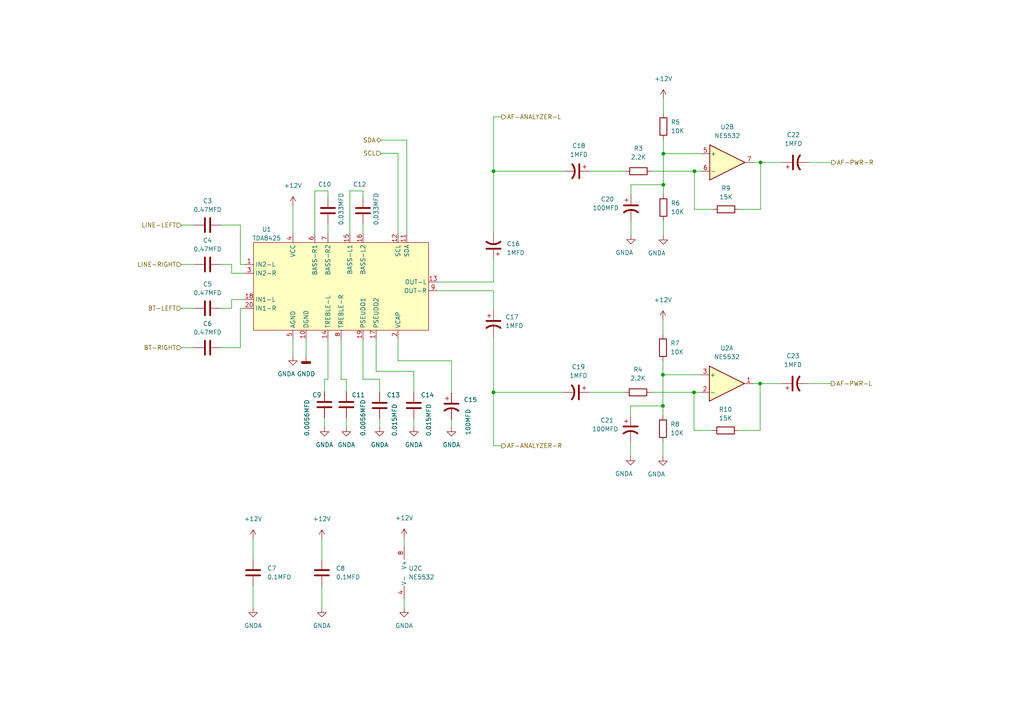
<source format=kicad_sch>
(kicad_sch (version 20231120) (generator "eeschema") (generator_version "8.0")
  (paper "A4")
  (title_block (title "Arduino Mini Amplifier") (date "2022-07-30") (rev "1.0.0") (company "Dilshan R Jayakody") (comment 1 "jayakody2000lk@gmail.com") (comment 2 "https://github.com/dilshan/arduino-mini-amp"))
  (lib_symbols
    (symbol "Amplifier_Operational:NE5532" (pin_names (offset 0.127))
      (property "Reference" "U" (at 0 5.08 0))
      (property "Value" "NE5532" (at 0 -5.08 0))
      (symbol "NE5532_1_1"
        (polyline (pts (xy -5.08 5.08) (xy 5.08 0) (xy -5.08 -5.08) (xy -5.08 5.08)) (stroke (width 0.254)) (fill (type background)))
        (pin output line (at 7.62 0 180) (length 2.54) (name "~") (number "1"))
        (pin input line (at -7.62 -2.54 0) (length 2.54) (name "-") (number "2"))
        (pin input line (at -7.62 2.54 0) (length 2.54) (name "+") (number "3"))
      )
      (symbol "NE5532_2_1"
        (polyline (pts (xy -5.08 5.08) (xy 5.08 0) (xy -5.08 -5.08) (xy -5.08 5.08)) (stroke (width 0.254)) (fill (type background)))
        (pin input line (at -7.62 2.54 0) (length 2.54) (name "+") (number "5"))
        (pin input line (at -7.62 -2.54 0) (length 2.54) (name "-") (number "6"))
        (pin output line (at 7.62 0 180) (length 2.54) (name "~") (number "7"))
      )
      (symbol "NE5532_3_1"
        (pin power_in line (at -2.54 -7.62 90) (length 3.81) (name "V-") (number "4"))
        (pin power_in line (at -2.54 7.62 270) (length 3.81) (name "V+") (number "8"))
      )
    )
    (symbol "Device:C" (pin_numbers hide) (pin_names (offset 0.254))
      (property "Reference" "C" (at 0.635 2.54 0))
      (property "Value" "C" (at 0.635 -2.54 0))
      (symbol "C_0_1"
        (polyline (pts (xy -2.032 -0.762) (xy 2.032 -0.762)) (stroke (width 0.508)))
        (polyline (pts (xy -2.032 0.762) (xy 2.032 0.762)) (stroke (width 0.508)))
      )
      (symbol "C_1_1"
        (pin passive line (at 0 3.81 270) (length 2.794) (name "~") (number "1"))
        (pin passive line (at 0 -3.81 90) (length 2.794) (name "~") (number "2"))
      )
    )
    (symbol "Device:C_Polarized_US" (pin_numbers hide) (pin_names (offset 0.254) hide)
      (property "Reference" "C" (at 0.635 2.54 0))
      (property "Value" "C_Polarized_US" (at 0.635 -2.54 0))
      (symbol "C_Polarized_US_0_1"
        (polyline (pts (xy -2.032 0.762) (xy 2.032 0.762)) (stroke (width 0.508)))
        (polyline (pts (xy -1.778 2.286) (xy -0.762 2.286)))
        (polyline (pts (xy -1.27 1.778) (xy -1.27 2.794)))
        (arc (start 2.032 -1.27) (mid 0 -0.5572) (end -2.032 -1.27) (stroke (width 0.508)))
      )
      (symbol "C_Polarized_US_1_1"
        (pin passive line (at 0 3.81 270) (length 2.794) (name "~") (number "1"))
        (pin passive line (at 0 -3.81 90) (length 3.302) (name "~") (number "2"))
      )
    )
    (symbol "Device:R" (pin_numbers hide) (pin_names (offset 0))
      (property "Reference" "R" (at 2.032 0 90))
      (property "Value" "R" (at 0 0 90))
      (symbol "R_0_1"
        (rectangle (start -1.016 -2.54) (end 1.016 2.54) (stroke (width 0.254)))
      )
      (symbol "R_1_1"
        (pin passive line (at 0 3.81 270) (length 1.27) (name "~") (number "1"))
        (pin passive line (at 0 -3.81 90) (length 1.27) (name "~") (number "2"))
      )
    )
    (symbol "pc-amplifier:TDA8425"
      (property "Reference" "U" (at -24.13 -13.97 0))
      (property "Value" "TDA8425" (at -21.59 13.97 0))
      (symbol "TDA8425_0_1"
        (rectangle (start -25.4 12.7) (end 25.4 -12.7) (fill (type background)))
      )
      (symbol "TDA8425_1_1"
        (pin input line (at -27.94 6.35 0) (length 2.54) (name "IN2-L") (number "1"))
        (pin power_in line (at -10.16 -15.24 90) (length 2.54) (name "DGND") (number "10"))
        (pin bidirectional line (at 19.05 15.24 270) (length 2.54) (name "SDA") (number "11"))
        (pin input line (at 16.51 15.24 270) (length 2.54) (name "SCL") (number "12"))
        (pin output line (at 27.94 1.27 180) (length 2.54) (name "OUT-L") (number "13"))
        (pin input line (at -3.81 -15.24 90) (length 2.54) (name "TREBLE-L") (number "14"))
        (pin input line (at 2.54 15.24 270) (length 2.54) (name "BASS-L1") (number "15"))
        (pin input line (at 6.35 15.24 270) (length 2.54) (name "BASS-L2") (number "16"))
        (pin input line (at 10.16 -15.24 90) (length 2.54) (name "PSEUDO2") (number "17"))
        (pin input line (at -27.94 -3.81 0) (length 2.54) (name "IN1-L") (number "18"))
        (pin input line (at 6.35 -15.24 90) (length 2.54) (name "PSEUDO1") (number "19"))
        (pin input line (at 16.51 -15.24 90) (length 2.54) (name "VCAP") (number "2"))
        (pin input line (at -27.94 -6.35 0) (length 2.54) (name "IN1-R") (number "20"))
        (pin input line (at -27.94 3.81 0) (length 2.54) (name "IN2-R") (number "3"))
        (pin power_in line (at -13.97 15.24 270) (length 2.54) (name "VCC") (number "4"))
        (pin power_in line (at -13.97 -15.24 90) (length 2.54) (name "AGND") (number "5"))
        (pin input line (at -7.62 15.24 270) (length 2.54) (name "BASS-R1") (number "6"))
        (pin input line (at -3.81 15.24 270) (length 2.54) (name "BASS-R2") (number "7"))
        (pin input line (at 0 -15.24 90) (length 2.54) (name "TREBLE-R") (number "8"))
        (pin output line (at 27.94 -1.27 180) (length 2.54) (name "OUT-R") (number "9"))
      )
    )
    (symbol "power:+12V" (power) (pin_names (offset 0))
      (property "Value" "+12V" (at 0 3.556 0))
      (symbol "+12V_0_1"
        (polyline (pts (xy -0.762 1.27) (xy 0 2.54)))
        (polyline (pts (xy 0 0) (xy 0 2.54)))
        (polyline (pts (xy 0 2.54) (xy 0.762 1.27)))
      )
      (symbol "+12V_1_1"
        (pin power_in line (at 0 0 90) (length 0) hide (name "+12V") (number "1"))
      )
    )
    (symbol "power:GNDA" (power) (pin_names (offset 0))
      (property "Value" "GNDA" (at 0 -3.81 0))
      (symbol "GNDA_0_1"
        (polyline (pts (xy 0 0) (xy 0 -1.27) (xy 1.27 -1.27) (xy 0 -2.54) (xy -1.27 -1.27) (xy 0 -1.27)))
      )
      (symbol "GNDA_1_1"
        (pin power_in line (at 0 0 270) (length 0) hide (name "GNDA") (number "1"))
      )
    )
    (symbol "power:GNDD" (power) (pin_names (offset 0))
      (property "Value" "GNDD" (at 0 -3.175 0))
      (symbol "GNDD_0_1"
        (rectangle (start -1.27 -1.524) (end 1.27 -2.032) (stroke (width 0.254)) (fill (type outline)))
        (polyline (pts (xy 0 0) (xy 0 -1.524)))
      )
      (symbol "GNDD_1_1"
        (pin power_in line (at 0 0 270) (length 0) hide (name "GNDD") (number "1"))
      )
    )
  )
  (junction (at 192.278 108.712))
  (junction (at 220.472 111.252))
  (junction (at 201.295 113.792))
  (junction (at 220.599 47.117))
  (junction (at 192.405 44.577))
  (junction (at 201.422 49.657))
  (junction (at 192.278 117.729))
  (junction (at 143.129 113.792))
  (junction (at 143.129 49.657))
  (junction (at 192.405 53.594))
  (wire (pts (xy 84.963 98.298) (xy 84.963 103.378)))
  (wire (pts (xy 101.473 67.818) (xy 101.473 55.372)))
  (wire (pts (xy 143.129 84.328) (xy 143.129 90.043)))
  (wire (pts (xy 98.933 98.298) (xy 98.933 109.982)))
  (wire (pts (xy 126.873 84.328) (xy 143.129 84.328)))
  (wire (pts (xy 67.183 76.708) (xy 64.008 76.708)))
  (wire (pts (xy 95.123 98.298) (xy 95.123 109.982)))
  (wire (pts (xy 115.443 98.298) (xy 115.443 104.648)))
  (wire (pts (xy 69.723 65.278) (xy 64.008 65.278)))
  (wire (pts (xy 109.093 98.298) (xy 109.093 107.696)))
  (wire (pts (xy 203.2 108.712) (xy 192.278 108.712)))
  (wire (pts (xy 105.283 98.298) (xy 105.283 109.982)))
  (wire (pts (xy 95.123 55.372) (xy 95.123 57.277)))
  (wire (pts (xy 52.578 65.278) (xy 56.388 65.278)))
  (wire (pts (xy 192.405 44.577) (xy 192.405 53.594)))
  (wire (pts (xy 143.129 129.286) (xy 145.542 129.286)))
  (wire (pts (xy 52.578 89.408) (xy 56.388 89.408)))
  (wire (pts (xy 192.405 64.008) (xy 192.405 68.326)))
  (wire (pts (xy 214.249 124.841) (xy 220.472 124.841)))
  (wire (pts (xy 170.942 113.792) (xy 181.229 113.792)))
  (wire (pts (xy 64.008 100.838) (xy 69.723 100.838)))
  (wire (pts (xy 70.993 89.408) (xy 69.723 89.408)))
  (wire (pts (xy 110.49 44.45) (xy 115.443 44.45)))
  (wire (pts (xy 105.283 64.897) (xy 105.283 67.818)))
  (wire (pts (xy 117.221 155.956) (xy 117.221 158.496)))
  (wire (pts (xy 183.007 53.594) (xy 192.405 53.594)))
  (wire (pts (xy 201.295 124.841) (xy 201.295 113.792)))
  (wire (pts (xy 110.49 40.64) (xy 117.983 40.64)))
  (wire (pts (xy 120.015 107.696) (xy 120.015 113.792)))
  (wire (pts (xy 192.278 92.71) (xy 192.278 97.028)))
  (wire (pts (xy 201.295 113.792) (xy 203.2 113.792)))
  (wire (pts (xy 143.129 67.564) (xy 143.129 49.657)))
  (wire (pts (xy 120.015 121.412) (xy 120.015 123.952)))
  (wire (pts (xy 143.129 49.657) (xy 163.449 49.657)))
  (wire (pts (xy 109.093 107.696) (xy 120.015 107.696)))
  (wire (pts (xy 91.313 67.818) (xy 91.313 55.372)))
  (wire (pts (xy 94.107 109.982) (xy 94.107 113.538)))
  (wire (pts (xy 95.123 109.982) (xy 94.107 109.982)))
  (wire (pts (xy 93.345 169.926) (xy 93.345 176.403)))
  (wire (pts (xy 206.629 124.841) (xy 201.295 124.841)))
  (wire (pts (xy 220.472 111.252) (xy 220.472 124.841)))
  (wire (pts (xy 182.88 128.27) (xy 182.88 132.334)))
  (wire (pts (xy 70.993 86.868) (xy 67.183 86.868)))
  (wire (pts (xy 98.933 109.982) (xy 100.457 109.982)))
  (wire (pts (xy 234.569 47.117) (xy 241.173 47.117)))
  (wire (pts (xy 117.221 173.736) (xy 117.221 176.403)))
  (wire (pts (xy 201.422 60.706) (xy 201.422 49.657)))
  (wire (pts (xy 91.313 55.372) (xy 95.123 55.372)))
  (wire (pts (xy 192.278 108.712) (xy 192.278 117.729)))
  (wire (pts (xy 67.183 86.868) (xy 67.183 89.408)))
  (wire (pts (xy 115.443 104.648) (xy 130.937 104.648)))
  (wire (pts (xy 126.873 81.788) (xy 143.129 81.788)))
  (wire (pts (xy 192.405 28.575) (xy 192.405 32.893)))
  (wire (pts (xy 143.129 49.657) (xy 143.129 33.909)))
  (wire (pts (xy 117.983 40.64) (xy 117.983 67.818)))
  (wire (pts (xy 220.599 47.117) (xy 220.599 60.706)))
  (wire (pts (xy 188.976 49.657) (xy 201.422 49.657)))
  (wire (pts (xy 226.949 47.117) (xy 220.599 47.117)))
  (wire (pts (xy 52.578 100.838) (xy 56.388 100.838)))
  (wire (pts (xy 95.123 64.897) (xy 95.123 67.818)))
  (wire (pts (xy 226.822 111.252) (xy 220.472 111.252)))
  (wire (pts (xy 130.937 104.648) (xy 130.937 114.046)))
  (wire (pts (xy 143.129 33.909) (xy 145.542 33.909)))
  (wire (pts (xy 93.345 156.21) (xy 93.345 162.306)))
  (wire (pts (xy 110.109 121.412) (xy 110.109 123.952)))
  (wire (pts (xy 101.473 55.372) (xy 105.283 55.372)))
  (wire (pts (xy 206.756 60.706) (xy 201.422 60.706)))
  (wire (pts (xy 67.183 79.248) (xy 67.183 76.708)))
  (wire (pts (xy 188.849 113.792) (xy 201.295 113.792)))
  (wire (pts (xy 192.405 40.513) (xy 192.405 44.577)))
  (wire (pts (xy 220.472 111.252) (xy 218.44 111.252)))
  (wire (pts (xy 70.993 79.248) (xy 67.183 79.248)))
  (wire (pts (xy 143.129 113.792) (xy 163.322 113.792)))
  (wire (pts (xy 183.007 64.135) (xy 183.007 68.199)))
  (wire (pts (xy 143.129 113.792) (xy 143.129 129.286)))
  (wire (pts (xy 105.283 109.982) (xy 110.109 109.982)))
  (wire (pts (xy 171.069 49.657) (xy 181.356 49.657)))
  (wire (pts (xy 110.109 109.982) (xy 110.109 113.792)))
  (wire (pts (xy 182.88 120.65) (xy 182.88 117.729)))
  (wire (pts (xy 214.376 60.706) (xy 220.599 60.706)))
  (wire (pts (xy 52.578 76.708) (xy 56.388 76.708)))
  (wire (pts (xy 234.442 111.252) (xy 241.046 111.252)))
  (wire (pts (xy 192.405 53.594) (xy 192.405 56.388)))
  (wire (pts (xy 143.129 75.184) (xy 143.129 81.788)))
  (wire (pts (xy 69.723 89.408) (xy 69.723 100.838)))
  (wire (pts (xy 220.599 47.117) (xy 218.567 47.117)))
  (wire (pts (xy 100.457 109.982) (xy 100.457 113.538)))
  (wire (pts (xy 70.993 76.708) (xy 69.723 76.708)))
  (wire (pts (xy 192.278 128.143) (xy 192.278 132.461)))
  (wire (pts (xy 130.937 121.666) (xy 130.937 123.952)))
  (wire (pts (xy 182.88 117.729) (xy 192.278 117.729)))
  (wire (pts (xy 203.327 44.577) (xy 192.405 44.577)))
  (wire (pts (xy 115.443 44.45) (xy 115.443 67.818)))
  (wire (pts (xy 192.278 104.648) (xy 192.278 108.712)))
  (wire (pts (xy 73.406 156.21) (xy 73.406 162.306)))
  (wire (pts (xy 192.278 117.729) (xy 192.278 120.523)))
  (wire (pts (xy 67.183 89.408) (xy 64.008 89.408)))
  (wire (pts (xy 183.007 56.515) (xy 183.007 53.594)))
  (wire (pts (xy 105.283 55.372) (xy 105.283 57.277)))
  (wire (pts (xy 201.422 49.657) (xy 203.327 49.657)))
  (wire (pts (xy 100.457 121.158) (xy 100.457 123.952)))
  (wire (pts (xy 73.406 169.926) (xy 73.406 176.403)))
  (wire (pts (xy 69.723 76.708) (xy 69.723 65.278)))
  (wire (pts (xy 94.107 121.158) (xy 94.107 123.952)))
  (wire (pts (xy 143.129 97.663) (xy 143.129 113.792)))
  (wire (pts (xy 84.963 59.563) (xy 84.963 67.818)))
  (wire (pts (xy 88.773 98.298) (xy 88.773 103.378)))
  (hierarchical_label "AF-ANALYZER-R" (shape output) (at 145.542 129.286 0))
  (hierarchical_label "AF-PWR-L" (shape output) (at 241.046 111.252 0))
  (hierarchical_label "SCL" (shape input) (at 110.49 44.45 180))
  (hierarchical_label "BT-LEFT" (shape input) (at 52.578 89.408 180))
  (hierarchical_label "AF-ANALYZER-L" (shape output) (at 145.542 33.909 0))
  (hierarchical_label "LINE-RIGHT" (shape input) (at 52.578 76.708 180))
  (hierarchical_label "SDA" (shape bidirectional) (at 110.49 40.64 180))
  (hierarchical_label "BT-RIGHT" (shape input) (at 52.578 100.838 180))
  (hierarchical_label "LINE-LEFT" (shape input) (at 52.578 65.278 180))
  (hierarchical_label "AF-PWR-R" (shape output) (at 241.173 47.117 0))
  (symbol (lib_id "power:+12V") (at 192.405 28.575 0) (unit 1)
    (property "Reference" "#PWR0119" (effects (hide yes)))
    (property "Value" "+12V" (at 192.405 22.86 0))
  )
  (symbol (lib_id "power:+12V") (at 84.963 59.563 0) (unit 1)
    (property "Reference" "#PWR0116" (effects (hide yes)))
    (property "Value" "+12V" (at 84.963 53.848 0))
  )
  (symbol (lib_id "Device:C") (at 93.345 166.116 0) (unit 1)
    (property "Reference" "C8" (at 97.409 164.8459 0) (effects (justify left)))
    (property "Value" "0.1MFD" (at 97.409 167.3859 0) (effects (justify left)))
    (property "Footprint" "Capacitor_SMD:C_0805_2012Metric_Pad1.18x1.45mm_HandSolder" (effects (hide yes)))
  )
  (symbol (lib_id "Device:C") (at 60.198 89.408 90) (unit 1)
    (property "Reference" "C5" (at 60.198 82.423 90))
    (property "Value" "0.47MFD" (at 60.198 84.963 90))
    (property "Footprint" "Capacitor_SMD:C_0805_2012Metric_Pad1.18x1.45mm_HandSolder" (effects (hide yes)))
  )
  (symbol (lib_id "Device:C") (at 110.109 117.602 0) (mirror y) (unit 1)
    (property "Reference" "C13" (at 112.141 114.554 0) (effects (justify right)))
    (property "Value" "0.015MFD" (at 114.427 117.094 90) (effects (justify right)))
    (property "Footprint" "Capacitor_SMD:C_0805_2012Metric_Pad1.18x1.45mm_HandSolder" (effects (hide yes)))
  )
  (symbol (lib_id "power:GNDA") (at 94.107 123.952 0) (unit 1)
    (property "Reference" "#PWR0121" (effects (hide yes)))
    (property "Value" "GNDA" (at 94.107 129.032 0))
  )
  (symbol (lib_id "power:GNDD") (at 88.773 103.378 0) (unit 1)
    (property "Reference" "#PWR0117" (effects (hide yes)))
    (property "Value" "GNDD" (at 88.773 108.458 0))
  )
  (symbol (lib_id "Device:R") (at 185.039 113.792 90) (unit 1)
    (property "Reference" "R4" (at 185.039 107.188 90))
    (property "Value" "2.2K" (at 185.039 109.728 90))
    (property "Footprint" "Resistor_SMD:R_0805_2012Metric_Pad1.20x1.40mm_HandSolder" (effects (hide yes)))
  )
  (symbol (lib_id "power:GNDA") (at 192.278 132.461 0) (unit 1)
    (property "Reference" "#PWR0113" (effects (hide yes)))
    (property "Value" "GNDA" (at 190.373 137.541 0))
  )
  (symbol (lib_id "power:GNDA") (at 183.007 68.199 0) (unit 1)
    (property "Reference" "#PWR0114" (effects (hide yes)))
    (property "Value" "GNDA" (at 181.102 73.279 0))
  )
  (symbol (lib_id "power:+12V") (at 192.278 92.71 0) (unit 1)
    (property "Reference" "#PWR0111" (effects (hide yes)))
    (property "Value" "+12V" (at 192.278 86.995 0))
  )
  (symbol (lib_id "power:GNDA") (at 130.937 123.952 0) (unit 1)
    (property "Reference" "#PWR0128" (effects (hide yes)))
    (property "Value" "GNDA" (at 130.937 129.032 0))
  )
  (symbol (lib_id "Device:C") (at 105.283 61.087 0) (mirror y) (unit 1)
    (property "Reference" "C12" (at 102.362 53.467 0) (effects (justify right)))
    (property "Value" "0.033MFD" (at 109.093 55.88 90) (effects (justify right)))
    (property "Footprint" "Capacitor_SMD:C_0805_2012Metric_Pad1.18x1.45mm_HandSolder" (effects (hide yes)))
  )
  (symbol (lib_id "Device:C_Polarized_US") (at 230.632 111.252 90) (unit 1)
    (property "Reference" "C23" (at 229.997 103.251 90))
    (property "Value" "1MFD" (at 229.997 105.791 90))
    (property "Footprint" "Capacitor_SMD:C_0805_2012Metric_Pad1.18x1.45mm_HandSolder" (effects (hide yes)))
  )
  (symbol (lib_id "power:+12V") (at 73.406 156.21 0) (unit 1)
    (property "Reference" "#PWR0122" (effects (hide yes)))
    (property "Value" "+12V" (at 73.406 150.495 0))
  )
  (symbol (lib_id "Amplifier_Operational:NE5532") (at 210.82 111.252 0) (unit 1)
    (property "Reference" "U2" (at 210.82 100.965 0))
    (property "Value" "NE5532" (at 210.82 103.505 0))
    (property "Footprint" "Package_SO:SOP-8_3.9x4.9mm_P1.27mm" (effects (hide yes)))
    (property "Datasheet" "http://www.ti.com/lit/ds/symlink/ne5532.pdf" (effects (hide yes)))
  )
  (symbol (lib_id "Device:R") (at 192.278 100.838 0) (unit 1)
    (property "Reference" "R7" (at 194.437 99.5679 0) (effects (justify left)))
    (property "Value" "10K" (at 194.437 102.1079 0) (effects (justify left)))
    (property "Footprint" "Resistor_SMD:R_0805_2012Metric_Pad1.20x1.40mm_HandSolder" (effects (hide yes)))
  )
  (symbol (lib_id "power:+12V") (at 93.345 156.21 0) (unit 1)
    (property "Reference" "#PWR0125" (effects (hide yes)))
    (property "Value" "+12V" (at 93.345 150.495 0))
  )
  (symbol (lib_id "Device:C_Polarized_US") (at 143.129 93.853 0) (unit 1)
    (property "Reference" "C17" (at 146.558 91.9479 0) (effects (justify left)))
    (property "Value" "1MFD" (at 146.558 94.4879 0) (effects (justify left)))
    (property "Footprint" "Capacitor_SMD:C_0805_2012Metric_Pad1.18x1.45mm_HandSolder" (effects (hide yes)))
  )
  (symbol (lib_id "Device:R") (at 192.405 60.198 0) (unit 1)
    (property "Reference" "R6" (at 194.564 58.9279 0) (effects (justify left)))
    (property "Value" "10K" (at 194.564 61.4679 0) (effects (justify left)))
    (property "Footprint" "Resistor_SMD:R_0805_2012Metric_Pad1.20x1.40mm_HandSolder" (effects (hide yes)))
  )
  (symbol (lib_id "Device:C_Polarized_US") (at 230.759 47.117 90) (unit 1)
    (property "Reference" "C22" (at 230.124 39.116 90))
    (property "Value" "1MFD" (at 230.124 41.656 90))
    (property "Footprint" "Capacitor_SMD:C_0805_2012Metric_Pad1.18x1.45mm_HandSolder" (effects (hide yes)))
  )
  (symbol (lib_id "Device:C_Polarized_US") (at 183.007 60.325 0) (unit 1)
    (property "Reference" "C20" (at 174.244 57.785 0) (effects (justify left)))
    (property "Value" "100MFD" (at 171.831 60.325 0) (effects (justify left)))
    (property "Footprint" "Capacitor_SMD:CP_Elec_6.3x5.4" (effects (hide yes)))
  )
  (symbol (lib_id "power:GNDA") (at 117.221 176.403 0) (unit 1)
    (property "Reference" "#PWR0129" (effects (hide yes)))
    (property "Value" "GNDA" (at 117.221 181.483 0))
  )
  (symbol (lib_id "Device:C_Polarized_US") (at 167.132 113.792 270) (unit 1)
    (property "Reference" "C19" (at 167.767 106.426 90))
    (property "Value" "1MFD" (at 167.767 108.966 90))
    (property "Footprint" "Capacitor_SMD:C_0805_2012Metric_Pad1.18x1.45mm_HandSolder" (effects (hide yes)))
  )
  (symbol (lib_id "power:GNDA") (at 192.405 68.326 0) (unit 1)
    (property "Reference" "#PWR0115" (effects (hide yes)))
    (property "Value" "GNDA" (at 190.5 73.406 0))
  )
  (symbol (lib_id "Device:C") (at 60.198 65.278 90) (unit 1)
    (property "Reference" "C3" (at 60.198 58.293 90))
    (property "Value" "0.47MFD" (at 60.198 60.833 90))
    (property "Footprint" "Capacitor_SMD:C_0805_2012Metric_Pad1.18x1.45mm_HandSolder" (effects (hide yes)))
  )
  (symbol (lib_id "power:GNDA") (at 120.015 123.952 0) (unit 1)
    (property "Reference" "#PWR0127" (effects (hide yes)))
    (property "Value" "GNDA" (at 120.015 129.032 0))
  )
  (symbol (lib_id "Device:C_Polarized_US") (at 182.88 124.46 0) (unit 1)
    (property "Reference" "C21" (at 174.117 121.92 0) (effects (justify left)))
    (property "Value" "100MFD" (at 171.704 124.46 0) (effects (justify left)))
    (property "Footprint" "Capacitor_SMD:CP_Elec_6.3x5.4" (effects (hide yes)))
  )
  (symbol (lib_id "Device:C") (at 60.198 76.708 90) (unit 1)
    (property "Reference" "C4" (at 60.198 69.723 90))
    (property "Value" "0.47MFD" (at 60.198 72.263 90))
    (property "Footprint" "Capacitor_SMD:C_0805_2012Metric_Pad1.18x1.45mm_HandSolder" (effects (hide yes)))
  )
  (symbol (lib_id "Amplifier_Operational:NE5532") (at 210.947 47.117 0) (unit 2)
    (property "Reference" "U2" (at 210.947 36.83 0))
    (property "Value" "NE5532" (at 210.947 39.37 0))
    (property "Footprint" "Package_SO:SOP-8_3.9x4.9mm_P1.27mm" (effects (hide yes)))
    (property "Datasheet" "http://www.ti.com/lit/ds/symlink/ne5532.pdf" (effects (hide yes)))
  )
  (symbol (lib_id "Device:C") (at 100.457 117.348 0) (mirror y) (unit 1)
    (property "Reference" "C11" (at 101.981 114.554 0) (effects (justify right)))
    (property "Value" "0.0056MFD" (at 105.283 115.824 90) (effects (justify right)))
    (property "Footprint" "Capacitor_SMD:C_0805_2012Metric_Pad1.18x1.45mm_HandSolder" (effects (hide yes)))
  )
  (symbol (lib_id "pc-amplifier:TDA8425") (at 98.933 83.058 0) (unit 1)
    (property "Reference" "U1" (at 77.343 66.548 0))
    (property "Value" "TDA8425" (at 77.343 69.088 0))
    (property "Footprint" "Package_DIP:DIP-20_W7.62mm_Socket_LongPads" (effects (hide yes)))
    (property "Datasheet" "https://pl-1.org/getproductfile.axd?id=2930&filename=TDA8425.pdf" (effects (hide yes)))
  )
  (symbol (lib_id "Device:C") (at 73.406 166.116 0) (unit 1)
    (property "Reference" "C7" (at 77.47 164.8459 0) (effects (justify left)))
    (property "Value" "0.1MFD" (at 77.47 167.3859 0) (effects (justify left)))
    (property "Footprint" "Capacitor_SMD:C_0805_2012Metric_Pad1.18x1.45mm_HandSolder" (effects (hide yes)))
  )
  (symbol (lib_id "Device:C_Polarized_US") (at 143.129 71.374 180) (unit 1)
    (property "Reference" "C16" (at 146.939 70.7389 0) (effects (justify right)))
    (property "Value" "1MFD" (at 146.939 73.2789 0) (effects (justify right)))
    (property "Footprint" "Capacitor_SMD:C_0805_2012Metric_Pad1.18x1.45mm_HandSolder" (effects (hide yes)))
  )
  (symbol (lib_id "Device:C") (at 94.107 117.348 0) (mirror y) (unit 1)
    (property "Reference" "C9" (at 90.551 114.554 0) (effects (justify right)))
    (property "Value" "0.0056MFD" (at 89.027 115.824 90) (effects (justify right)))
    (property "Footprint" "Capacitor_SMD:C_0805_2012Metric_Pad1.18x1.45mm_HandSolder" (effects (hide yes)))
  )
  (symbol (lib_id "Amplifier_Operational:NE5532") (at 119.761 166.116 0) (unit 3)
    (property "Reference" "U2" (at 118.491 164.8459 0) (effects (justify left)))
    (property "Value" "NE5532" (at 118.491 167.3859 0) (effects (justify left)))
    (property "Footprint" "Package_SO:SOP-8_3.9x4.9mm_P1.27mm" (effects (hide yes)))
    (property "Datasheet" "http://www.ti.com/lit/ds/symlink/ne5532.pdf" (effects (hide yes)))
  )
  (symbol (lib_id "Device:R") (at 192.405 36.703 0) (unit 1)
    (property "Reference" "R5" (at 194.564 35.4329 0) (effects (justify left)))
    (property "Value" "10K" (at 194.564 37.9729 0) (effects (justify left)))
    (property "Footprint" "Resistor_SMD:R_0805_2012Metric_Pad1.20x1.40mm_HandSolder" (effects (hide yes)))
  )
  (symbol (lib_id "Device:C_Polarized_US") (at 130.937 117.856 0) (unit 1)
    (property "Reference" "C15" (at 134.493 115.9509 0) (effects (justify left)))
    (property "Value" "100MFD" (at 135.763 126.238 90) (effects (justify left)))
    (property "Footprint" "Capacitor_SMD:CP_Elec_6.3x5.4" (effects (hide yes)))
  )
  (symbol (lib_id "power:GNDA") (at 73.406 176.403 0) (unit 1)
    (property "Reference" "#PWR0123" (effects (hide yes)))
    (property "Value" "GNDA" (at 73.406 181.483 0))
  )
  (symbol (lib_id "Device:R") (at 210.566 60.706 90) (unit 1)
    (property "Reference" "R9" (at 210.566 54.61 90))
    (property "Value" "15K" (at 210.566 57.15 90))
    (property "Footprint" "Resistor_SMD:R_0805_2012Metric_Pad1.20x1.40mm_HandSolder" (effects (hide yes)))
  )
  (symbol (lib_id "Device:C") (at 95.123 61.087 0) (mirror y) (unit 1)
    (property "Reference" "C10" (at 92.202 53.467 0) (effects (justify right)))
    (property "Value" "0.033MFD" (at 98.933 55.88 90) (effects (justify right)))
    (property "Footprint" "Capacitor_SMD:C_0805_2012Metric_Pad1.18x1.45mm_HandSolder" (effects (hide yes)))
  )
  (symbol (lib_id "Device:C_Polarized_US") (at 167.259 49.657 270) (unit 1)
    (property "Reference" "C18" (at 167.894 42.291 90))
    (property "Value" "1MFD" (at 167.894 44.831 90))
    (property "Footprint" "Capacitor_SMD:C_0805_2012Metric_Pad1.18x1.45mm_HandSolder" (effects (hide yes)))
  )
  (symbol (lib_id "power:GNDA") (at 110.109 123.952 0) (unit 1)
    (property "Reference" "#PWR0126" (effects (hide yes)))
    (property "Value" "GNDA" (at 110.109 129.032 0))
  )
  (symbol (lib_id "Device:R") (at 185.166 49.657 90) (unit 1)
    (property "Reference" "R3" (at 185.166 43.053 90))
    (property "Value" "2.2K" (at 185.166 45.593 90))
    (property "Footprint" "Resistor_SMD:R_0805_2012Metric_Pad1.20x1.40mm_HandSolder" (effects (hide yes)))
  )
  (symbol (lib_id "power:GNDA") (at 182.88 132.334 0) (unit 1)
    (property "Reference" "#PWR0112" (effects (hide yes)))
    (property "Value" "GNDA" (at 180.975 137.414 0))
  )
  (symbol (lib_id "power:GNDA") (at 84.963 103.378 0) (unit 1)
    (property "Reference" "#PWR0118" (effects (hide yes)))
    (property "Value" "GNDA" (at 83.058 108.458 0))
  )
  (symbol (lib_id "Device:C") (at 60.198 100.838 90) (unit 1)
    (property "Reference" "C6" (at 60.198 93.853 90))
    (property "Value" "0.47MFD" (at 60.198 96.393 90))
    (property "Footprint" "Capacitor_SMD:C_0805_2012Metric_Pad1.18x1.45mm_HandSolder" (effects (hide yes)))
  )
  (symbol (lib_id "Device:R") (at 192.278 124.333 0) (unit 1)
    (property "Reference" "R8" (at 194.437 123.0629 0) (effects (justify left)))
    (property "Value" "10K" (at 194.437 125.6029 0) (effects (justify left)))
    (property "Footprint" "Resistor_SMD:R_0805_2012Metric_Pad1.20x1.40mm_HandSolder" (effects (hide yes)))
  )
  (symbol (lib_id "Device:R") (at 210.439 124.841 90) (unit 1)
    (property "Reference" "R10" (at 210.439 118.745 90))
    (property "Value" "15K" (at 210.439 121.285 90))
    (property "Footprint" "Resistor_SMD:R_0805_2012Metric_Pad1.20x1.40mm_HandSolder" (effects (hide yes)))
  )
  (symbol (lib_id "power:+12V") (at 117.221 155.956 0) (unit 1)
    (property "Reference" "#PWR0130" (effects (hide yes)))
    (property "Value" "+12V" (at 117.221 150.241 0))
  )
  (symbol (lib_id "power:GNDA") (at 93.345 176.403 0) (unit 1)
    (property "Reference" "#PWR0124" (effects (hide yes)))
    (property "Value" "GNDA" (at 93.345 181.483 0))
  )
  (symbol (lib_id "power:GNDA") (at 100.457 123.952 0) (unit 1)
    (property "Reference" "#PWR0120" (effects (hide yes)))
    (property "Value" "GNDA" (at 100.457 129.032 0))
  )
  (symbol (lib_id "Device:C") (at 120.015 117.602 0) (mirror y) (unit 1)
    (property "Reference" "C14" (at 122.047 114.554 0) (effects (justify right)))
    (property "Value" "0.015MFD" (at 124.333 117.094 90) (effects (justify right)))
    (property "Footprint" "Capacitor_SMD:C_0805_2012Metric_Pad1.18x1.45mm_HandSolder" (effects (hide yes)))
  )
)
</source>
